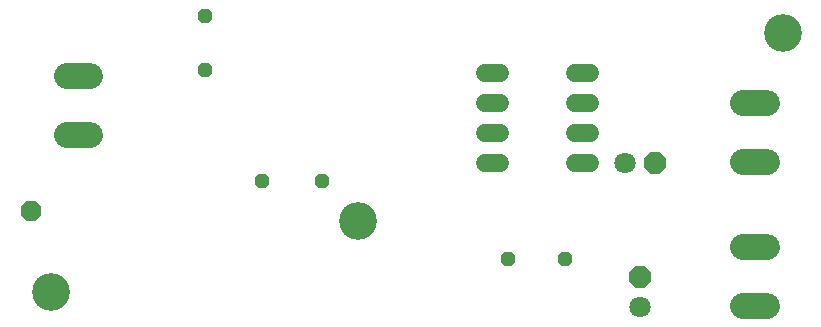
<source format=gbr>
G04 EAGLE Gerber RS-274X export*
G75*
%MOMM*%
%FSLAX34Y34*%
%LPD*%
%INSoldermask Top*%
%IPPOS*%
%AMOC8*
5,1,8,0,0,1.08239X$1,22.5*%
G01*
%ADD10C,3.203200*%
%ADD11P,1.951982X8X112.500000*%
%ADD12C,1.803400*%
%ADD13P,1.951982X8X22.500000*%
%ADD14P,1.869504X8X22.500000*%
%ADD15C,2.184400*%
%ADD16C,1.524000*%
%ADD17P,1.302332X8X22.500000*%


D10*
X660000Y260000D03*
X300000Y100000D03*
X40000Y40000D03*
D11*
X538480Y53340D03*
D12*
X538480Y27940D03*
D13*
X551180Y149860D03*
D12*
X525780Y149860D03*
D14*
X22860Y109220D03*
D15*
X53594Y172974D02*
X73406Y172974D01*
X73406Y223012D02*
X53594Y223012D01*
X626364Y28194D02*
X646176Y28194D01*
X646176Y78232D02*
X626364Y78232D01*
X626364Y150114D02*
X646176Y150114D01*
X646176Y200152D02*
X626364Y200152D01*
D16*
X420624Y226060D02*
X407416Y226060D01*
X407416Y200660D02*
X420624Y200660D01*
X483616Y200660D02*
X496824Y200660D01*
X496824Y226060D02*
X483616Y226060D01*
X420624Y175260D02*
X407416Y175260D01*
X407416Y149860D02*
X420624Y149860D01*
X483616Y175260D02*
X496824Y175260D01*
X496824Y149860D02*
X483616Y149860D01*
D17*
X170180Y228600D03*
X170180Y274320D03*
X218440Y134620D03*
X269240Y134620D03*
X474980Y68580D03*
X426720Y68580D03*
M02*

</source>
